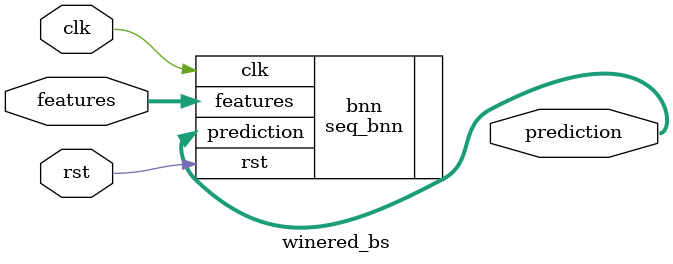
<source format=v>













module winered_bs #(

parameter FEAT_CNT = 11,
parameter HIDDEN_CNT = 40,
parameter FEAT_BITS = 4,
parameter CLASS_CNT = 6,
parameter TEST_CNT = 1000


  ) (
  input clk,
  input rst,
  input [FEAT_CNT*FEAT_BITS-1:0] features,
  output [$clog2(CLASS_CNT)-1:0] prediction
  );

  localparam Weights0 = 440'b00011110010011110000111100010100111000010000110101100011110011000000011001011011000110010110110111010110011000110001110110100111000001001101111011101010000000001000011011010011100011101100011111111010000000011001000100111100110110101011110101100100010110110110011000100101100111011110000011011100101110000011110000111010110111111100111101100111101011000111001100000010010111011010011110010001010111110001011101111001011001010011001000111111 ;
  localparam Weights1 = 240'b100111000010000011101100000011110100010010111100101110000001110110000001011000111100000001001000010001000110110001110101101000110100101010100111101111110101000101110001001011110010011111110011011101100111101000101010111101111010101011110101 ;

  seq_bnn #(.FEAT_CNT(FEAT_CNT),.FEAT_BITS(FEAT_BITS),.HIDDEN_CNT(HIDDEN_CNT),.CLASS_CNT(CLASS_CNT),.Weights0(Weights0),.Weights1(Weights1)) bnn (
    .clk(clk),
    .rst(rst),
    .features(features),
    .prediction(prediction)
  );

endmodule

</source>
